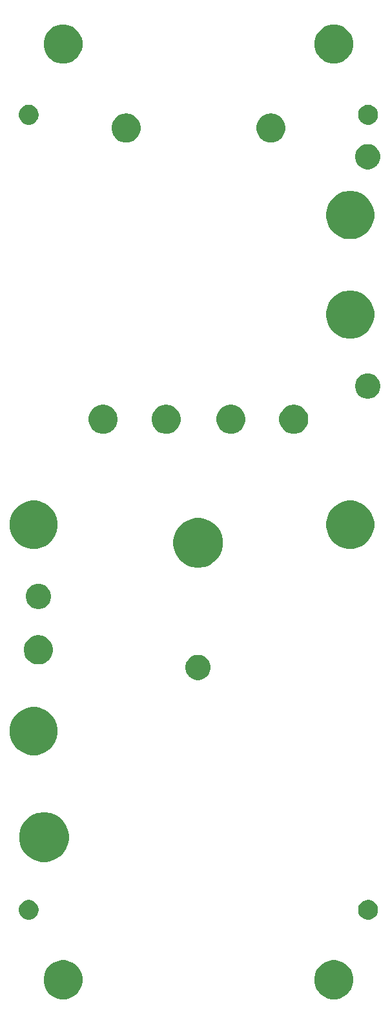
<source format=gbr>
G04 #@! TF.GenerationSoftware,KiCad,Pcbnew,(5.1.2)-1*
G04 #@! TF.CreationDate,2021-03-02T12:14:59-08:00*
G04 #@! TF.ProjectId,SpankulatorPanel,5370616e-6b75-46c6-9174-6f7250616e65,rev?*
G04 #@! TF.SameCoordinates,Original*
G04 #@! TF.FileFunction,Soldermask,Top*
G04 #@! TF.FilePolarity,Negative*
%FSLAX46Y46*%
G04 Gerber Fmt 4.6, Leading zero omitted, Abs format (unit mm)*
G04 Created by KiCad (PCBNEW (5.1.2)-1) date 2021-03-02 12:14:59*
%MOMM*%
%LPD*%
G04 APERTURE LIST*
%ADD10C,0.100000*%
G04 APERTURE END LIST*
D10*
G36*
X103744098Y-162947033D02*
G01*
X104208350Y-163139332D01*
X104208352Y-163139333D01*
X104626168Y-163418509D01*
X104981491Y-163773832D01*
X105260667Y-164191648D01*
X105260668Y-164191650D01*
X105452967Y-164655902D01*
X105551000Y-165148747D01*
X105551000Y-165651253D01*
X105452967Y-166144098D01*
X105260668Y-166608350D01*
X105260667Y-166608352D01*
X104981491Y-167026168D01*
X104626168Y-167381491D01*
X104208352Y-167660667D01*
X104208351Y-167660668D01*
X104208350Y-167660668D01*
X103744098Y-167852967D01*
X103251253Y-167951000D01*
X102748747Y-167951000D01*
X102255902Y-167852967D01*
X101791650Y-167660668D01*
X101791649Y-167660668D01*
X101791648Y-167660667D01*
X101373832Y-167381491D01*
X101018509Y-167026168D01*
X100739333Y-166608352D01*
X100739332Y-166608350D01*
X100547033Y-166144098D01*
X100449000Y-165651253D01*
X100449000Y-165148747D01*
X100547033Y-164655902D01*
X100739332Y-164191650D01*
X100739333Y-164191648D01*
X101018509Y-163773832D01*
X101373832Y-163418509D01*
X101791648Y-163139333D01*
X101791650Y-163139332D01*
X102255902Y-162947033D01*
X102748747Y-162849000D01*
X103251253Y-162849000D01*
X103744098Y-162947033D01*
X103744098Y-162947033D01*
G37*
G36*
X68244098Y-162947033D02*
G01*
X68708350Y-163139332D01*
X68708352Y-163139333D01*
X69126168Y-163418509D01*
X69481491Y-163773832D01*
X69760667Y-164191648D01*
X69760668Y-164191650D01*
X69952967Y-164655902D01*
X70051000Y-165148747D01*
X70051000Y-165651253D01*
X69952967Y-166144098D01*
X69760668Y-166608350D01*
X69760667Y-166608352D01*
X69481491Y-167026168D01*
X69126168Y-167381491D01*
X68708352Y-167660667D01*
X68708351Y-167660668D01*
X68708350Y-167660668D01*
X68244098Y-167852967D01*
X67751253Y-167951000D01*
X67248747Y-167951000D01*
X66755902Y-167852967D01*
X66291650Y-167660668D01*
X66291649Y-167660668D01*
X66291648Y-167660667D01*
X65873832Y-167381491D01*
X65518509Y-167026168D01*
X65239333Y-166608352D01*
X65239332Y-166608350D01*
X65047033Y-166144098D01*
X64949000Y-165651253D01*
X64949000Y-165148747D01*
X65047033Y-164655902D01*
X65239332Y-164191650D01*
X65239333Y-164191648D01*
X65518509Y-163773832D01*
X65873832Y-163418509D01*
X66291648Y-163139333D01*
X66291650Y-163139332D01*
X66755902Y-162947033D01*
X67248747Y-162849000D01*
X67751253Y-162849000D01*
X68244098Y-162947033D01*
X68244098Y-162947033D01*
G37*
G36*
X63379487Y-154998996D02*
G01*
X63616253Y-155097068D01*
X63616255Y-155097069D01*
X63829339Y-155239447D01*
X64010553Y-155420661D01*
X64152932Y-155633747D01*
X64251004Y-155870513D01*
X64301000Y-156121861D01*
X64301000Y-156378139D01*
X64251004Y-156629487D01*
X64152932Y-156866253D01*
X64152931Y-156866255D01*
X64010553Y-157079339D01*
X63829339Y-157260553D01*
X63616255Y-157402931D01*
X63616254Y-157402932D01*
X63616253Y-157402932D01*
X63379487Y-157501004D01*
X63128139Y-157551000D01*
X62871861Y-157551000D01*
X62620513Y-157501004D01*
X62383747Y-157402932D01*
X62383746Y-157402932D01*
X62383745Y-157402931D01*
X62170661Y-157260553D01*
X61989447Y-157079339D01*
X61847069Y-156866255D01*
X61847068Y-156866253D01*
X61748996Y-156629487D01*
X61699000Y-156378139D01*
X61699000Y-156121861D01*
X61748996Y-155870513D01*
X61847068Y-155633747D01*
X61989447Y-155420661D01*
X62170661Y-155239447D01*
X62383745Y-155097069D01*
X62383747Y-155097068D01*
X62620513Y-154998996D01*
X62871861Y-154949000D01*
X63128139Y-154949000D01*
X63379487Y-154998996D01*
X63379487Y-154998996D01*
G37*
G36*
X107879487Y-154998996D02*
G01*
X108116253Y-155097068D01*
X108116255Y-155097069D01*
X108329339Y-155239447D01*
X108510553Y-155420661D01*
X108652932Y-155633747D01*
X108751004Y-155870513D01*
X108801000Y-156121861D01*
X108801000Y-156378139D01*
X108751004Y-156629487D01*
X108652932Y-156866253D01*
X108652931Y-156866255D01*
X108510553Y-157079339D01*
X108329339Y-157260553D01*
X108116255Y-157402931D01*
X108116254Y-157402932D01*
X108116253Y-157402932D01*
X107879487Y-157501004D01*
X107628139Y-157551000D01*
X107371861Y-157551000D01*
X107120513Y-157501004D01*
X106883747Y-157402932D01*
X106883746Y-157402932D01*
X106883745Y-157402931D01*
X106670661Y-157260553D01*
X106489447Y-157079339D01*
X106347069Y-156866255D01*
X106347068Y-156866253D01*
X106248996Y-156629487D01*
X106199000Y-156378139D01*
X106199000Y-156121861D01*
X106248996Y-155870513D01*
X106347068Y-155633747D01*
X106489447Y-155420661D01*
X106670661Y-155239447D01*
X106883745Y-155097069D01*
X106883747Y-155097068D01*
X107120513Y-154998996D01*
X107371861Y-154949000D01*
X107628139Y-154949000D01*
X107879487Y-154998996D01*
X107879487Y-154998996D01*
G37*
G36*
X65634239Y-143561467D02*
G01*
X65948282Y-143623934D01*
X66539926Y-143869001D01*
X67072392Y-144224784D01*
X67525216Y-144677608D01*
X67880999Y-145210074D01*
X68126066Y-145801718D01*
X68251000Y-146429804D01*
X68251000Y-147070196D01*
X68126066Y-147698282D01*
X67880999Y-148289926D01*
X67525216Y-148822392D01*
X67072392Y-149275216D01*
X66539926Y-149630999D01*
X65948282Y-149876066D01*
X65634239Y-149938533D01*
X65320197Y-150001000D01*
X64679803Y-150001000D01*
X64365761Y-149938533D01*
X64051718Y-149876066D01*
X63460074Y-149630999D01*
X62927608Y-149275216D01*
X62474784Y-148822392D01*
X62119001Y-148289926D01*
X61873934Y-147698282D01*
X61749000Y-147070196D01*
X61749000Y-146429804D01*
X61873934Y-145801718D01*
X62119001Y-145210074D01*
X62474784Y-144677608D01*
X62927608Y-144224784D01*
X63460074Y-143869001D01*
X64051718Y-143623934D01*
X64365761Y-143561467D01*
X64679803Y-143499000D01*
X65320197Y-143499000D01*
X65634239Y-143561467D01*
X65634239Y-143561467D01*
G37*
G36*
X64366191Y-129809727D02*
G01*
X64569113Y-129850091D01*
X65142558Y-130087620D01*
X65658645Y-130432459D01*
X66097541Y-130871355D01*
X66442380Y-131387442D01*
X66679909Y-131960887D01*
X66801000Y-132569654D01*
X66801000Y-133190346D01*
X66679909Y-133799113D01*
X66442380Y-134372558D01*
X66097541Y-134888645D01*
X65658645Y-135327541D01*
X65142558Y-135672380D01*
X64569113Y-135909909D01*
X64366191Y-135950273D01*
X63960348Y-136031000D01*
X63339652Y-136031000D01*
X62933809Y-135950273D01*
X62730887Y-135909909D01*
X62157442Y-135672380D01*
X61641355Y-135327541D01*
X61202459Y-134888645D01*
X60857620Y-134372558D01*
X60620091Y-133799113D01*
X60499000Y-133190346D01*
X60499000Y-132569654D01*
X60620091Y-131960887D01*
X60857620Y-131387442D01*
X61202459Y-130871355D01*
X61641355Y-130432459D01*
X62157442Y-130087620D01*
X62730887Y-129850091D01*
X62933809Y-129809727D01*
X63339652Y-129729000D01*
X63960348Y-129729000D01*
X64366191Y-129809727D01*
X64366191Y-129809727D01*
G37*
G36*
X85575256Y-122941298D02*
G01*
X85681579Y-122962447D01*
X85982042Y-123086903D01*
X86252451Y-123267585D01*
X86482415Y-123497549D01*
X86663097Y-123767958D01*
X86787553Y-124068421D01*
X86851000Y-124387391D01*
X86851000Y-124712609D01*
X86787553Y-125031579D01*
X86663097Y-125332042D01*
X86482415Y-125602451D01*
X86252451Y-125832415D01*
X85982042Y-126013097D01*
X85681579Y-126137553D01*
X85575256Y-126158702D01*
X85362611Y-126201000D01*
X85037389Y-126201000D01*
X84824744Y-126158702D01*
X84718421Y-126137553D01*
X84417958Y-126013097D01*
X84147549Y-125832415D01*
X83917585Y-125602451D01*
X83736903Y-125332042D01*
X83612447Y-125031579D01*
X83549000Y-124712609D01*
X83549000Y-124387391D01*
X83612447Y-124068421D01*
X83736903Y-123767958D01*
X83917585Y-123497549D01*
X84147549Y-123267585D01*
X84417958Y-123086903D01*
X84718421Y-122962447D01*
X84824744Y-122941298D01*
X85037389Y-122899000D01*
X85362611Y-122899000D01*
X85575256Y-122941298D01*
X85575256Y-122941298D01*
G37*
G36*
X64620866Y-120385527D02*
G01*
X64804501Y-120422054D01*
X65150461Y-120565356D01*
X65461817Y-120773397D01*
X65726603Y-121038183D01*
X65934644Y-121349539D01*
X66077946Y-121695499D01*
X66151000Y-122062768D01*
X66151000Y-122437232D01*
X66077946Y-122804501D01*
X65934644Y-123150461D01*
X65726603Y-123461817D01*
X65461817Y-123726603D01*
X65150461Y-123934644D01*
X64804501Y-124077946D01*
X64437233Y-124151000D01*
X64062767Y-124151000D01*
X63695499Y-124077946D01*
X63349539Y-123934644D01*
X63038183Y-123726603D01*
X62773397Y-123461817D01*
X62565356Y-123150461D01*
X62422054Y-122804501D01*
X62349000Y-122437232D01*
X62349000Y-122062768D01*
X62422054Y-121695499D01*
X62565356Y-121349539D01*
X62773397Y-121038183D01*
X63038183Y-120773397D01*
X63349539Y-120565356D01*
X63695499Y-120422054D01*
X63879134Y-120385527D01*
X64062767Y-120349000D01*
X64437233Y-120349000D01*
X64620866Y-120385527D01*
X64620866Y-120385527D01*
G37*
G36*
X64625256Y-113641298D02*
G01*
X64731579Y-113662447D01*
X65032042Y-113786903D01*
X65302451Y-113967585D01*
X65532415Y-114197549D01*
X65713097Y-114467958D01*
X65837553Y-114768421D01*
X65901000Y-115087391D01*
X65901000Y-115412609D01*
X65837553Y-115731579D01*
X65713097Y-116032042D01*
X65532415Y-116302451D01*
X65302451Y-116532415D01*
X65032042Y-116713097D01*
X64731579Y-116837553D01*
X64625256Y-116858702D01*
X64412611Y-116901000D01*
X64087389Y-116901000D01*
X63874744Y-116858702D01*
X63768421Y-116837553D01*
X63467958Y-116713097D01*
X63197549Y-116532415D01*
X62967585Y-116302451D01*
X62786903Y-116032042D01*
X62662447Y-115731579D01*
X62599000Y-115412609D01*
X62599000Y-115087391D01*
X62662447Y-114768421D01*
X62786903Y-114467958D01*
X62967585Y-114197549D01*
X63197549Y-113967585D01*
X63467958Y-113786903D01*
X63768421Y-113662447D01*
X63874744Y-113641298D01*
X64087389Y-113599000D01*
X64412611Y-113599000D01*
X64625256Y-113641298D01*
X64625256Y-113641298D01*
G37*
G36*
X85834239Y-105061467D02*
G01*
X86148282Y-105123934D01*
X86739926Y-105369001D01*
X87166477Y-105654014D01*
X87272391Y-105724783D01*
X87725217Y-106177609D01*
X87733729Y-106190348D01*
X88080999Y-106710074D01*
X88326066Y-107301718D01*
X88451000Y-107929804D01*
X88451000Y-108570196D01*
X88326066Y-109198282D01*
X88080999Y-109789926D01*
X87725216Y-110322392D01*
X87272392Y-110775216D01*
X86739926Y-111130999D01*
X86148282Y-111376066D01*
X85834239Y-111438533D01*
X85520197Y-111501000D01*
X84879803Y-111501000D01*
X84565761Y-111438533D01*
X84251718Y-111376066D01*
X83660074Y-111130999D01*
X83127608Y-110775216D01*
X82674784Y-110322392D01*
X82319001Y-109789926D01*
X82073934Y-109198282D01*
X81949000Y-108570196D01*
X81949000Y-107929804D01*
X82073934Y-107301718D01*
X82319001Y-106710074D01*
X82666271Y-106190348D01*
X82674783Y-106177609D01*
X83127609Y-105724783D01*
X83233523Y-105654014D01*
X83660074Y-105369001D01*
X84251718Y-105123934D01*
X84565761Y-105061467D01*
X84879803Y-104999000D01*
X85520197Y-104999000D01*
X85834239Y-105061467D01*
X85834239Y-105061467D01*
G37*
G36*
X64366191Y-102809727D02*
G01*
X64569113Y-102850091D01*
X65142558Y-103087620D01*
X65658645Y-103432459D01*
X66097541Y-103871355D01*
X66442380Y-104387442D01*
X66679909Y-104960887D01*
X66801000Y-105569654D01*
X66801000Y-106190346D01*
X66679909Y-106799113D01*
X66442380Y-107372558D01*
X66097541Y-107888645D01*
X65658645Y-108327541D01*
X65142558Y-108672380D01*
X64569113Y-108909909D01*
X64366191Y-108950273D01*
X63960348Y-109031000D01*
X63339652Y-109031000D01*
X62933809Y-108950273D01*
X62730887Y-108909909D01*
X62157442Y-108672380D01*
X61641355Y-108327541D01*
X61202459Y-107888645D01*
X60857620Y-107372558D01*
X60620091Y-106799113D01*
X60499000Y-106190346D01*
X60499000Y-105569654D01*
X60620091Y-104960887D01*
X60857620Y-104387442D01*
X61202459Y-103871355D01*
X61641355Y-103432459D01*
X62157442Y-103087620D01*
X62730887Y-102850091D01*
X62933809Y-102809727D01*
X63339652Y-102729000D01*
X63960348Y-102729000D01*
X64366191Y-102809727D01*
X64366191Y-102809727D01*
G37*
G36*
X105866191Y-102809727D02*
G01*
X106069113Y-102850091D01*
X106642558Y-103087620D01*
X107158645Y-103432459D01*
X107597541Y-103871355D01*
X107942380Y-104387442D01*
X108179909Y-104960887D01*
X108301000Y-105569654D01*
X108301000Y-106190346D01*
X108179909Y-106799113D01*
X107942380Y-107372558D01*
X107597541Y-107888645D01*
X107158645Y-108327541D01*
X106642558Y-108672380D01*
X106069113Y-108909909D01*
X105866191Y-108950273D01*
X105460348Y-109031000D01*
X104839652Y-109031000D01*
X104433809Y-108950273D01*
X104230887Y-108909909D01*
X103657442Y-108672380D01*
X103141355Y-108327541D01*
X102702459Y-107888645D01*
X102357620Y-107372558D01*
X102120091Y-106799113D01*
X101999000Y-106190346D01*
X101999000Y-105569654D01*
X102120091Y-104960887D01*
X102357620Y-104387442D01*
X102702459Y-103871355D01*
X103141355Y-103432459D01*
X103657442Y-103087620D01*
X104230887Y-102850091D01*
X104433809Y-102809727D01*
X104839652Y-102729000D01*
X105460348Y-102729000D01*
X105866191Y-102809727D01*
X105866191Y-102809727D01*
G37*
G36*
X81370866Y-90235527D02*
G01*
X81554501Y-90272054D01*
X81900461Y-90415356D01*
X82211817Y-90623397D01*
X82476603Y-90888183D01*
X82684644Y-91199539D01*
X82827946Y-91545499D01*
X82901000Y-91912768D01*
X82901000Y-92287232D01*
X82827946Y-92654501D01*
X82684644Y-93000461D01*
X82476603Y-93311817D01*
X82211817Y-93576603D01*
X81900461Y-93784644D01*
X81554501Y-93927946D01*
X81370866Y-93964473D01*
X81187233Y-94001000D01*
X80812767Y-94001000D01*
X80445499Y-93927946D01*
X80099539Y-93784644D01*
X79788183Y-93576603D01*
X79523397Y-93311817D01*
X79315356Y-93000461D01*
X79172054Y-92654501D01*
X79099000Y-92287232D01*
X79099000Y-91912768D01*
X79172054Y-91545499D01*
X79315356Y-91199539D01*
X79523397Y-90888183D01*
X79788183Y-90623397D01*
X80099539Y-90415356D01*
X80445499Y-90272054D01*
X80629134Y-90235527D01*
X80812767Y-90199000D01*
X81187233Y-90199000D01*
X81370866Y-90235527D01*
X81370866Y-90235527D01*
G37*
G36*
X98120866Y-90235527D02*
G01*
X98304501Y-90272054D01*
X98650461Y-90415356D01*
X98961817Y-90623397D01*
X99226603Y-90888183D01*
X99434644Y-91199539D01*
X99577946Y-91545499D01*
X99651000Y-91912768D01*
X99651000Y-92287232D01*
X99577946Y-92654501D01*
X99434644Y-93000461D01*
X99226603Y-93311817D01*
X98961817Y-93576603D01*
X98650461Y-93784644D01*
X98304501Y-93927946D01*
X98120866Y-93964473D01*
X97937233Y-94001000D01*
X97562767Y-94001000D01*
X97195499Y-93927946D01*
X96849539Y-93784644D01*
X96538183Y-93576603D01*
X96273397Y-93311817D01*
X96065356Y-93000461D01*
X95922054Y-92654501D01*
X95849000Y-92287232D01*
X95849000Y-91912768D01*
X95922054Y-91545499D01*
X96065356Y-91199539D01*
X96273397Y-90888183D01*
X96538183Y-90623397D01*
X96849539Y-90415356D01*
X97195499Y-90272054D01*
X97379134Y-90235527D01*
X97562767Y-90199000D01*
X97937233Y-90199000D01*
X98120866Y-90235527D01*
X98120866Y-90235527D01*
G37*
G36*
X89870866Y-90235527D02*
G01*
X90054501Y-90272054D01*
X90400461Y-90415356D01*
X90711817Y-90623397D01*
X90976603Y-90888183D01*
X91184644Y-91199539D01*
X91327946Y-91545499D01*
X91401000Y-91912768D01*
X91401000Y-92287232D01*
X91327946Y-92654501D01*
X91184644Y-93000461D01*
X90976603Y-93311817D01*
X90711817Y-93576603D01*
X90400461Y-93784644D01*
X90054501Y-93927946D01*
X89870866Y-93964473D01*
X89687233Y-94001000D01*
X89312767Y-94001000D01*
X88945499Y-93927946D01*
X88599539Y-93784644D01*
X88288183Y-93576603D01*
X88023397Y-93311817D01*
X87815356Y-93000461D01*
X87672054Y-92654501D01*
X87599000Y-92287232D01*
X87599000Y-91912768D01*
X87672054Y-91545499D01*
X87815356Y-91199539D01*
X88023397Y-90888183D01*
X88288183Y-90623397D01*
X88599539Y-90415356D01*
X88945499Y-90272054D01*
X89129134Y-90235527D01*
X89312767Y-90199000D01*
X89687233Y-90199000D01*
X89870866Y-90235527D01*
X89870866Y-90235527D01*
G37*
G36*
X73120866Y-90235527D02*
G01*
X73304501Y-90272054D01*
X73650461Y-90415356D01*
X73961817Y-90623397D01*
X74226603Y-90888183D01*
X74434644Y-91199539D01*
X74577946Y-91545499D01*
X74651000Y-91912768D01*
X74651000Y-92287232D01*
X74577946Y-92654501D01*
X74434644Y-93000461D01*
X74226603Y-93311817D01*
X73961817Y-93576603D01*
X73650461Y-93784644D01*
X73304501Y-93927946D01*
X73120866Y-93964473D01*
X72937233Y-94001000D01*
X72562767Y-94001000D01*
X72195499Y-93927946D01*
X71849539Y-93784644D01*
X71538183Y-93576603D01*
X71273397Y-93311817D01*
X71065356Y-93000461D01*
X70922054Y-92654501D01*
X70849000Y-92287232D01*
X70849000Y-91912768D01*
X70922054Y-91545499D01*
X71065356Y-91199539D01*
X71273397Y-90888183D01*
X71538183Y-90623397D01*
X71849539Y-90415356D01*
X72195499Y-90272054D01*
X72379134Y-90235527D01*
X72562767Y-90199000D01*
X72937233Y-90199000D01*
X73120866Y-90235527D01*
X73120866Y-90235527D01*
G37*
G36*
X107805256Y-86141298D02*
G01*
X107911579Y-86162447D01*
X108212042Y-86286903D01*
X108482451Y-86467585D01*
X108712415Y-86697549D01*
X108893097Y-86967958D01*
X109017553Y-87268421D01*
X109081000Y-87587391D01*
X109081000Y-87912609D01*
X109017553Y-88231579D01*
X108893097Y-88532042D01*
X108712415Y-88802451D01*
X108482451Y-89032415D01*
X108212042Y-89213097D01*
X107911579Y-89337553D01*
X107805256Y-89358702D01*
X107592611Y-89401000D01*
X107267389Y-89401000D01*
X107054744Y-89358702D01*
X106948421Y-89337553D01*
X106647958Y-89213097D01*
X106377549Y-89032415D01*
X106147585Y-88802451D01*
X105966903Y-88532042D01*
X105842447Y-88231579D01*
X105779000Y-87912609D01*
X105779000Y-87587391D01*
X105842447Y-87268421D01*
X105966903Y-86967958D01*
X106147585Y-86697549D01*
X106377549Y-86467585D01*
X106647958Y-86286903D01*
X106948421Y-86162447D01*
X107054744Y-86141298D01*
X107267389Y-86099000D01*
X107592611Y-86099000D01*
X107805256Y-86141298D01*
X107805256Y-86141298D01*
G37*
G36*
X105866191Y-75309727D02*
G01*
X106069113Y-75350091D01*
X106642558Y-75587620D01*
X107158645Y-75932459D01*
X107597541Y-76371355D01*
X107942380Y-76887442D01*
X108179909Y-77460887D01*
X108301000Y-78069654D01*
X108301000Y-78690346D01*
X108179909Y-79299113D01*
X107942380Y-79872558D01*
X107597541Y-80388645D01*
X107158645Y-80827541D01*
X106642558Y-81172380D01*
X106069113Y-81409909D01*
X105866191Y-81450273D01*
X105460348Y-81531000D01*
X104839652Y-81531000D01*
X104433809Y-81450273D01*
X104230887Y-81409909D01*
X103657442Y-81172380D01*
X103141355Y-80827541D01*
X102702459Y-80388645D01*
X102357620Y-79872558D01*
X102120091Y-79299113D01*
X101999000Y-78690346D01*
X101999000Y-78069654D01*
X102120091Y-77460887D01*
X102357620Y-76887442D01*
X102702459Y-76371355D01*
X103141355Y-75932459D01*
X103657442Y-75587620D01*
X104230887Y-75350091D01*
X104433809Y-75309727D01*
X104839652Y-75229000D01*
X105460348Y-75229000D01*
X105866191Y-75309727D01*
X105866191Y-75309727D01*
G37*
G36*
X105866191Y-62309727D02*
G01*
X106069113Y-62350091D01*
X106642558Y-62587620D01*
X107158645Y-62932459D01*
X107597541Y-63371355D01*
X107942380Y-63887442D01*
X108179909Y-64460887D01*
X108301000Y-65069654D01*
X108301000Y-65690346D01*
X108179909Y-66299113D01*
X107942380Y-66872558D01*
X107597541Y-67388645D01*
X107158645Y-67827541D01*
X106642558Y-68172380D01*
X106069113Y-68409909D01*
X105866191Y-68450273D01*
X105460348Y-68531000D01*
X104839652Y-68531000D01*
X104433809Y-68450273D01*
X104230887Y-68409909D01*
X103657442Y-68172380D01*
X103141355Y-67827541D01*
X102702459Y-67388645D01*
X102357620Y-66872558D01*
X102120091Y-66299113D01*
X101999000Y-65690346D01*
X101999000Y-65069654D01*
X102120091Y-64460887D01*
X102357620Y-63887442D01*
X102702459Y-63371355D01*
X103141355Y-62932459D01*
X103657442Y-62587620D01*
X104230887Y-62350091D01*
X104433809Y-62309727D01*
X104839652Y-62229000D01*
X105460348Y-62229000D01*
X105866191Y-62309727D01*
X105866191Y-62309727D01*
G37*
G36*
X107805256Y-56141298D02*
G01*
X107911579Y-56162447D01*
X108212042Y-56286903D01*
X108482451Y-56467585D01*
X108712415Y-56697549D01*
X108893097Y-56967958D01*
X109017553Y-57268421D01*
X109081000Y-57587391D01*
X109081000Y-57912609D01*
X109017553Y-58231579D01*
X108893097Y-58532042D01*
X108712415Y-58802451D01*
X108482451Y-59032415D01*
X108212042Y-59213097D01*
X107911579Y-59337553D01*
X107805256Y-59358702D01*
X107592611Y-59401000D01*
X107267389Y-59401000D01*
X107054744Y-59358702D01*
X106948421Y-59337553D01*
X106647958Y-59213097D01*
X106377549Y-59032415D01*
X106147585Y-58802451D01*
X105966903Y-58532042D01*
X105842447Y-58231579D01*
X105779000Y-57912609D01*
X105779000Y-57587391D01*
X105842447Y-57268421D01*
X105966903Y-56967958D01*
X106147585Y-56697549D01*
X106377549Y-56467585D01*
X106647958Y-56286903D01*
X106948421Y-56162447D01*
X107054744Y-56141298D01*
X107267389Y-56099000D01*
X107592611Y-56099000D01*
X107805256Y-56141298D01*
X107805256Y-56141298D01*
G37*
G36*
X76052163Y-52121861D02*
G01*
X76304501Y-52172054D01*
X76650461Y-52315356D01*
X76961817Y-52523397D01*
X77226603Y-52788183D01*
X77434644Y-53099539D01*
X77577946Y-53445499D01*
X77651000Y-53812768D01*
X77651000Y-54187232D01*
X77577946Y-54554501D01*
X77434644Y-54900461D01*
X77226603Y-55211817D01*
X76961817Y-55476603D01*
X76650461Y-55684644D01*
X76304501Y-55827946D01*
X76120866Y-55864473D01*
X75937233Y-55901000D01*
X75562767Y-55901000D01*
X75379134Y-55864473D01*
X75195499Y-55827946D01*
X74849539Y-55684644D01*
X74538183Y-55476603D01*
X74273397Y-55211817D01*
X74065356Y-54900461D01*
X73922054Y-54554501D01*
X73849000Y-54187232D01*
X73849000Y-53812768D01*
X73922054Y-53445499D01*
X74065356Y-53099539D01*
X74273397Y-52788183D01*
X74538183Y-52523397D01*
X74849539Y-52315356D01*
X75195499Y-52172054D01*
X75447837Y-52121861D01*
X75562767Y-52099000D01*
X75937233Y-52099000D01*
X76052163Y-52121861D01*
X76052163Y-52121861D01*
G37*
G36*
X95052163Y-52121861D02*
G01*
X95304501Y-52172054D01*
X95650461Y-52315356D01*
X95961817Y-52523397D01*
X96226603Y-52788183D01*
X96434644Y-53099539D01*
X96577946Y-53445499D01*
X96651000Y-53812768D01*
X96651000Y-54187232D01*
X96577946Y-54554501D01*
X96434644Y-54900461D01*
X96226603Y-55211817D01*
X95961817Y-55476603D01*
X95650461Y-55684644D01*
X95304501Y-55827946D01*
X95120866Y-55864473D01*
X94937233Y-55901000D01*
X94562767Y-55901000D01*
X94379134Y-55864473D01*
X94195499Y-55827946D01*
X93849539Y-55684644D01*
X93538183Y-55476603D01*
X93273397Y-55211817D01*
X93065356Y-54900461D01*
X92922054Y-54554501D01*
X92849000Y-54187232D01*
X92849000Y-53812768D01*
X92922054Y-53445499D01*
X93065356Y-53099539D01*
X93273397Y-52788183D01*
X93538183Y-52523397D01*
X93849539Y-52315356D01*
X94195499Y-52172054D01*
X94447837Y-52121861D01*
X94562767Y-52099000D01*
X94937233Y-52099000D01*
X95052163Y-52121861D01*
X95052163Y-52121861D01*
G37*
G36*
X107879487Y-50998996D02*
G01*
X108116253Y-51097068D01*
X108116255Y-51097069D01*
X108329339Y-51239447D01*
X108510553Y-51420661D01*
X108652932Y-51633747D01*
X108751004Y-51870513D01*
X108801000Y-52121861D01*
X108801000Y-52378139D01*
X108751004Y-52629487D01*
X108685269Y-52788184D01*
X108652931Y-52866255D01*
X108510553Y-53079339D01*
X108329339Y-53260553D01*
X108116255Y-53402931D01*
X108116254Y-53402932D01*
X108116253Y-53402932D01*
X107879487Y-53501004D01*
X107628139Y-53551000D01*
X107371861Y-53551000D01*
X107120513Y-53501004D01*
X106883747Y-53402932D01*
X106883746Y-53402932D01*
X106883745Y-53402931D01*
X106670661Y-53260553D01*
X106489447Y-53079339D01*
X106347069Y-52866255D01*
X106314731Y-52788184D01*
X106248996Y-52629487D01*
X106199000Y-52378139D01*
X106199000Y-52121861D01*
X106248996Y-51870513D01*
X106347068Y-51633747D01*
X106489447Y-51420661D01*
X106670661Y-51239447D01*
X106883745Y-51097069D01*
X106883747Y-51097068D01*
X107120513Y-50998996D01*
X107371861Y-50949000D01*
X107628139Y-50949000D01*
X107879487Y-50998996D01*
X107879487Y-50998996D01*
G37*
G36*
X63379487Y-50998996D02*
G01*
X63616253Y-51097068D01*
X63616255Y-51097069D01*
X63829339Y-51239447D01*
X64010553Y-51420661D01*
X64152932Y-51633747D01*
X64251004Y-51870513D01*
X64301000Y-52121861D01*
X64301000Y-52378139D01*
X64251004Y-52629487D01*
X64185269Y-52788184D01*
X64152931Y-52866255D01*
X64010553Y-53079339D01*
X63829339Y-53260553D01*
X63616255Y-53402931D01*
X63616254Y-53402932D01*
X63616253Y-53402932D01*
X63379487Y-53501004D01*
X63128139Y-53551000D01*
X62871861Y-53551000D01*
X62620513Y-53501004D01*
X62383747Y-53402932D01*
X62383746Y-53402932D01*
X62383745Y-53402931D01*
X62170661Y-53260553D01*
X61989447Y-53079339D01*
X61847069Y-52866255D01*
X61814731Y-52788184D01*
X61748996Y-52629487D01*
X61699000Y-52378139D01*
X61699000Y-52121861D01*
X61748996Y-51870513D01*
X61847068Y-51633747D01*
X61989447Y-51420661D01*
X62170661Y-51239447D01*
X62383745Y-51097069D01*
X62383747Y-51097068D01*
X62620513Y-50998996D01*
X62871861Y-50949000D01*
X63128139Y-50949000D01*
X63379487Y-50998996D01*
X63379487Y-50998996D01*
G37*
G36*
X68244098Y-40547033D02*
G01*
X68708350Y-40739332D01*
X68708352Y-40739333D01*
X69126168Y-41018509D01*
X69481491Y-41373832D01*
X69760667Y-41791648D01*
X69760668Y-41791650D01*
X69952967Y-42255902D01*
X70051000Y-42748747D01*
X70051000Y-43251253D01*
X69952967Y-43744098D01*
X69760668Y-44208350D01*
X69760667Y-44208352D01*
X69481491Y-44626168D01*
X69126168Y-44981491D01*
X68708352Y-45260667D01*
X68708351Y-45260668D01*
X68708350Y-45260668D01*
X68244098Y-45452967D01*
X67751253Y-45551000D01*
X67248747Y-45551000D01*
X66755902Y-45452967D01*
X66291650Y-45260668D01*
X66291649Y-45260668D01*
X66291648Y-45260667D01*
X65873832Y-44981491D01*
X65518509Y-44626168D01*
X65239333Y-44208352D01*
X65239332Y-44208350D01*
X65047033Y-43744098D01*
X64949000Y-43251253D01*
X64949000Y-42748747D01*
X65047033Y-42255902D01*
X65239332Y-41791650D01*
X65239333Y-41791648D01*
X65518509Y-41373832D01*
X65873832Y-41018509D01*
X66291648Y-40739333D01*
X66291650Y-40739332D01*
X66755902Y-40547033D01*
X67248747Y-40449000D01*
X67751253Y-40449000D01*
X68244098Y-40547033D01*
X68244098Y-40547033D01*
G37*
G36*
X103744098Y-40547033D02*
G01*
X104208350Y-40739332D01*
X104208352Y-40739333D01*
X104626168Y-41018509D01*
X104981491Y-41373832D01*
X105260667Y-41791648D01*
X105260668Y-41791650D01*
X105452967Y-42255902D01*
X105551000Y-42748747D01*
X105551000Y-43251253D01*
X105452967Y-43744098D01*
X105260668Y-44208350D01*
X105260667Y-44208352D01*
X104981491Y-44626168D01*
X104626168Y-44981491D01*
X104208352Y-45260667D01*
X104208351Y-45260668D01*
X104208350Y-45260668D01*
X103744098Y-45452967D01*
X103251253Y-45551000D01*
X102748747Y-45551000D01*
X102255902Y-45452967D01*
X101791650Y-45260668D01*
X101791649Y-45260668D01*
X101791648Y-45260667D01*
X101373832Y-44981491D01*
X101018509Y-44626168D01*
X100739333Y-44208352D01*
X100739332Y-44208350D01*
X100547033Y-43744098D01*
X100449000Y-43251253D01*
X100449000Y-42748747D01*
X100547033Y-42255902D01*
X100739332Y-41791650D01*
X100739333Y-41791648D01*
X101018509Y-41373832D01*
X101373832Y-41018509D01*
X101791648Y-40739333D01*
X101791650Y-40739332D01*
X102255902Y-40547033D01*
X102748747Y-40449000D01*
X103251253Y-40449000D01*
X103744098Y-40547033D01*
X103744098Y-40547033D01*
G37*
M02*

</source>
